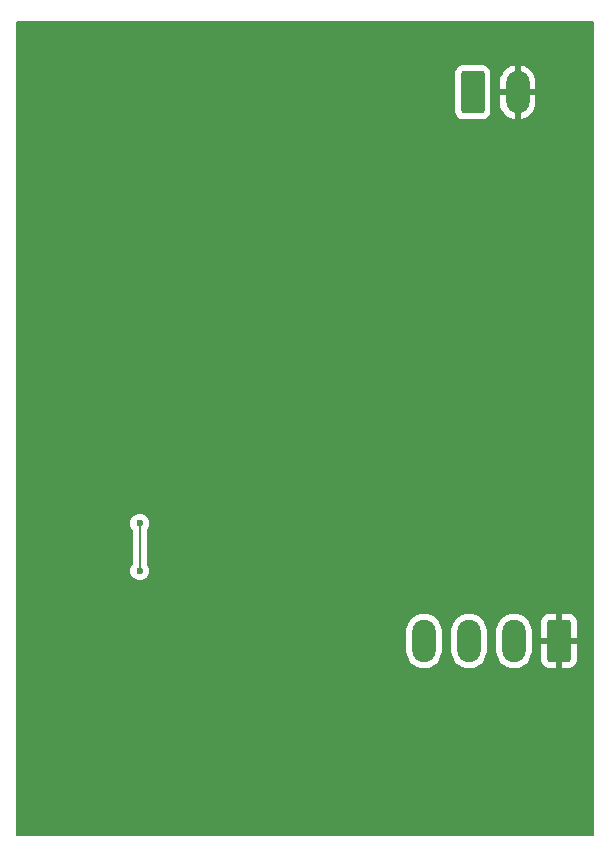
<source format=gbr>
%TF.GenerationSoftware,KiCad,Pcbnew,8.0.8*%
%TF.CreationDate,2025-02-11T11:45:32+01:00*%
%TF.ProjectId,projet,70726f6a-6574-42e6-9b69-6361645f7063,rev?*%
%TF.SameCoordinates,Original*%
%TF.FileFunction,Copper,L2,Bot*%
%TF.FilePolarity,Positive*%
%FSLAX46Y46*%
G04 Gerber Fmt 4.6, Leading zero omitted, Abs format (unit mm)*
G04 Created by KiCad (PCBNEW 8.0.8) date 2025-02-11 11:45:33*
%MOMM*%
%LPD*%
G01*
G04 APERTURE LIST*
G04 Aperture macros list*
%AMRoundRect*
0 Rectangle with rounded corners*
0 $1 Rounding radius*
0 $2 $3 $4 $5 $6 $7 $8 $9 X,Y pos of 4 corners*
0 Add a 4 corners polygon primitive as box body*
4,1,4,$2,$3,$4,$5,$6,$7,$8,$9,$2,$3,0*
0 Add four circle primitives for the rounded corners*
1,1,$1+$1,$2,$3*
1,1,$1+$1,$4,$5*
1,1,$1+$1,$6,$7*
1,1,$1+$1,$8,$9*
0 Add four rect primitives between the rounded corners*
20,1,$1+$1,$2,$3,$4,$5,0*
20,1,$1+$1,$4,$5,$6,$7,0*
20,1,$1+$1,$6,$7,$8,$9,0*
20,1,$1+$1,$8,$9,$2,$3,0*%
G04 Aperture macros list end*
%TA.AperFunction,ComponentPad*%
%ADD10O,2.000000X3.600000*%
%TD*%
%TA.AperFunction,ComponentPad*%
%ADD11RoundRect,0.278000X0.722000X1.522000X-0.722000X1.522000X-0.722000X-1.522000X0.722000X-1.522000X0*%
%TD*%
%TA.AperFunction,ComponentPad*%
%ADD12RoundRect,0.278000X-0.722000X-1.522000X0.722000X-1.522000X0.722000X1.522000X-0.722000X1.522000X0*%
%TD*%
%TA.AperFunction,ViaPad*%
%ADD13C,0.600000*%
%TD*%
%TA.AperFunction,Conductor*%
%ADD14C,0.200000*%
%TD*%
G04 APERTURE END LIST*
D10*
%TO.P,J302,4*%
%TO.N,+5V*%
X85070000Y-102940000D03*
%TO.P,J302,3*%
%TO.N,ruban_led_7*%
X88880000Y-102940000D03*
%TO.P,J302,2*%
%TO.N,unconnected-(J302-Pad2)*%
X92690000Y-102940000D03*
D11*
%TO.P,J302,1*%
%TO.N,GND*%
X96500000Y-102940000D03*
%TD*%
D10*
%TO.P,J301,2,Pin_2*%
%TO.N,GND*%
X93000000Y-56500000D03*
D12*
%TO.P,J301,1,Pin_1*%
%TO.N,Net-(D301-A1)*%
X89190000Y-56500000D03*
%TD*%
D13*
%TO.N,GND*%
X81000000Y-101000000D03*
X82000000Y-96000000D03*
X81000000Y-90000000D03*
X79000000Y-67000000D03*
X79000000Y-78000000D03*
X79000000Y-82000000D03*
X94000000Y-78000000D03*
X57000000Y-118000000D03*
X94000000Y-82000000D03*
X98000000Y-70000000D03*
X57000000Y-107000000D03*
X77150000Y-59450000D03*
X80000000Y-52000000D03*
X81000000Y-118000000D03*
X61000000Y-107000000D03*
X73000000Y-110000000D03*
X58000000Y-60000000D03*
X95000000Y-92600000D03*
X65000000Y-118000000D03*
X97000000Y-118000000D03*
X89000000Y-110000000D03*
X69000000Y-97550000D03*
X98000000Y-52000000D03*
X69000000Y-110000000D03*
X65000000Y-110000000D03*
X87200000Y-78200000D03*
X77000000Y-118000000D03*
X94000000Y-80000000D03*
X58300000Y-84850000D03*
X93000000Y-118000000D03*
X95000000Y-89600000D03*
X72000000Y-52000000D03*
X53000000Y-114000000D03*
X73000000Y-118000000D03*
X85000000Y-110000000D03*
X77000000Y-110000000D03*
X69000000Y-72150000D03*
X54000000Y-52000000D03*
X64000000Y-100400000D03*
X98000000Y-62000000D03*
X94000000Y-76000000D03*
X89000000Y-118000000D03*
X61000000Y-118000000D03*
X97000000Y-110000000D03*
X95000000Y-96000000D03*
X69000000Y-60000000D03*
X84000000Y-52000000D03*
X97000000Y-114000000D03*
X69000000Y-118000000D03*
X58400000Y-97550000D03*
X76000000Y-52000000D03*
X93000000Y-110000000D03*
X81000000Y-110000000D03*
X58000000Y-72150000D03*
X53000000Y-110000000D03*
X83000000Y-86000000D03*
X98000000Y-66000000D03*
X53000000Y-118000000D03*
X69100000Y-84850000D03*
X85000000Y-118000000D03*
%TO.N,ruban_led_7*%
X61000000Y-97000000D03*
X61000000Y-93000000D03*
%TD*%
D14*
%TO.N,ruban_led_7*%
X61000000Y-93000000D02*
X61000000Y-97000000D01*
%TD*%
%TA.AperFunction,Conductor*%
%TO.N,GND*%
G36*
X99442539Y-50520185D02*
G01*
X99488294Y-50572989D01*
X99499500Y-50624500D01*
X99499500Y-119375500D01*
X99479815Y-119442539D01*
X99427011Y-119488294D01*
X99375500Y-119499500D01*
X50624500Y-119499500D01*
X50557461Y-119479815D01*
X50511706Y-119427011D01*
X50500500Y-119375500D01*
X50500500Y-102021902D01*
X83569500Y-102021902D01*
X83569500Y-103858097D01*
X83606446Y-104091368D01*
X83679433Y-104315996D01*
X83776091Y-104505696D01*
X83786657Y-104526433D01*
X83925483Y-104717510D01*
X84092490Y-104884517D01*
X84283567Y-105023343D01*
X84382991Y-105074002D01*
X84494003Y-105130566D01*
X84494005Y-105130566D01*
X84494008Y-105130568D01*
X84607328Y-105167388D01*
X84718631Y-105203553D01*
X84951903Y-105240500D01*
X84951908Y-105240500D01*
X85188097Y-105240500D01*
X85421368Y-105203553D01*
X85645992Y-105130568D01*
X85856433Y-105023343D01*
X86047510Y-104884517D01*
X86214517Y-104717510D01*
X86353343Y-104526433D01*
X86460568Y-104315992D01*
X86533553Y-104091368D01*
X86570500Y-103858097D01*
X86570500Y-102021902D01*
X87379500Y-102021902D01*
X87379500Y-103858097D01*
X87416446Y-104091368D01*
X87489433Y-104315996D01*
X87586091Y-104505696D01*
X87596657Y-104526433D01*
X87735483Y-104717510D01*
X87902490Y-104884517D01*
X88093567Y-105023343D01*
X88192991Y-105074002D01*
X88304003Y-105130566D01*
X88304005Y-105130566D01*
X88304008Y-105130568D01*
X88417328Y-105167388D01*
X88528631Y-105203553D01*
X88761903Y-105240500D01*
X88761908Y-105240500D01*
X88998097Y-105240500D01*
X89231368Y-105203553D01*
X89455992Y-105130568D01*
X89666433Y-105023343D01*
X89857510Y-104884517D01*
X90024517Y-104717510D01*
X90163343Y-104526433D01*
X90270568Y-104315992D01*
X90343553Y-104091368D01*
X90380500Y-103858097D01*
X90380500Y-102021902D01*
X91189500Y-102021902D01*
X91189500Y-103858097D01*
X91226446Y-104091368D01*
X91299433Y-104315996D01*
X91396091Y-104505696D01*
X91406657Y-104526433D01*
X91545483Y-104717510D01*
X91712490Y-104884517D01*
X91903567Y-105023343D01*
X92002991Y-105074002D01*
X92114003Y-105130566D01*
X92114005Y-105130566D01*
X92114008Y-105130568D01*
X92227328Y-105167388D01*
X92338631Y-105203553D01*
X92571903Y-105240500D01*
X92571908Y-105240500D01*
X92808097Y-105240500D01*
X93041368Y-105203553D01*
X93265992Y-105130568D01*
X93476433Y-105023343D01*
X93667510Y-104884517D01*
X93834517Y-104717510D01*
X93973343Y-104526433D01*
X94080568Y-104315992D01*
X94153553Y-104091368D01*
X94190500Y-103858097D01*
X94190500Y-102021902D01*
X94153553Y-101788631D01*
X94080566Y-101564003D01*
X93983909Y-101374304D01*
X93983908Y-101374303D01*
X95000000Y-101374303D01*
X95000000Y-102690000D01*
X95845879Y-102690000D01*
X95826901Y-102735818D01*
X95800000Y-102871056D01*
X95800000Y-103008944D01*
X95826901Y-103144182D01*
X95845879Y-103190000D01*
X95000000Y-103190000D01*
X95000000Y-104505696D01*
X95014705Y-104636214D01*
X95072611Y-104801698D01*
X95165886Y-104950145D01*
X95289854Y-105074113D01*
X95438301Y-105167388D01*
X95603785Y-105225294D01*
X95734303Y-105239999D01*
X95734304Y-105240000D01*
X96250000Y-105240000D01*
X96250000Y-103594120D01*
X96295818Y-103613099D01*
X96431056Y-103640000D01*
X96568944Y-103640000D01*
X96704182Y-103613099D01*
X96750000Y-103594120D01*
X96750000Y-105240000D01*
X97265696Y-105240000D01*
X97265696Y-105239999D01*
X97396214Y-105225294D01*
X97561698Y-105167388D01*
X97710145Y-105074113D01*
X97834113Y-104950145D01*
X97927388Y-104801698D01*
X97985294Y-104636214D01*
X97999999Y-104505696D01*
X98000000Y-104505696D01*
X98000000Y-103190000D01*
X97154121Y-103190000D01*
X97173099Y-103144182D01*
X97200000Y-103008944D01*
X97200000Y-102871056D01*
X97173099Y-102735818D01*
X97154121Y-102690000D01*
X98000000Y-102690000D01*
X98000000Y-101374304D01*
X97999999Y-101374303D01*
X97985294Y-101243785D01*
X97927388Y-101078301D01*
X97834113Y-100929854D01*
X97710145Y-100805886D01*
X97561698Y-100712611D01*
X97396214Y-100654705D01*
X97265696Y-100640000D01*
X96750000Y-100640000D01*
X96750000Y-102285879D01*
X96704182Y-102266901D01*
X96568944Y-102240000D01*
X96431056Y-102240000D01*
X96295818Y-102266901D01*
X96250000Y-102285879D01*
X96250000Y-100640000D01*
X95734304Y-100640000D01*
X95603785Y-100654705D01*
X95438301Y-100712611D01*
X95289854Y-100805886D01*
X95165886Y-100929854D01*
X95072611Y-101078301D01*
X95014705Y-101243785D01*
X95000000Y-101374303D01*
X93983908Y-101374303D01*
X93973343Y-101353567D01*
X93834517Y-101162490D01*
X93667510Y-100995483D01*
X93476433Y-100856657D01*
X93265996Y-100749433D01*
X93041368Y-100676446D01*
X92808097Y-100639500D01*
X92808092Y-100639500D01*
X92571908Y-100639500D01*
X92571903Y-100639500D01*
X92338631Y-100676446D01*
X92114003Y-100749433D01*
X91903566Y-100856657D01*
X91802820Y-100929854D01*
X91712490Y-100995483D01*
X91712488Y-100995485D01*
X91712487Y-100995485D01*
X91545485Y-101162487D01*
X91545485Y-101162488D01*
X91545483Y-101162490D01*
X91486419Y-101243785D01*
X91406657Y-101353566D01*
X91299433Y-101564003D01*
X91226446Y-101788631D01*
X91189500Y-102021902D01*
X90380500Y-102021902D01*
X90343553Y-101788631D01*
X90270566Y-101564003D01*
X90173909Y-101374304D01*
X90163343Y-101353567D01*
X90024517Y-101162490D01*
X89857510Y-100995483D01*
X89666433Y-100856657D01*
X89455996Y-100749433D01*
X89231368Y-100676446D01*
X88998097Y-100639500D01*
X88998092Y-100639500D01*
X88761908Y-100639500D01*
X88761903Y-100639500D01*
X88528631Y-100676446D01*
X88304003Y-100749433D01*
X88093566Y-100856657D01*
X87992820Y-100929854D01*
X87902490Y-100995483D01*
X87902488Y-100995485D01*
X87902487Y-100995485D01*
X87735485Y-101162487D01*
X87735485Y-101162488D01*
X87735483Y-101162490D01*
X87676419Y-101243785D01*
X87596657Y-101353566D01*
X87489433Y-101564003D01*
X87416446Y-101788631D01*
X87379500Y-102021902D01*
X86570500Y-102021902D01*
X86533553Y-101788631D01*
X86460566Y-101564003D01*
X86363909Y-101374304D01*
X86353343Y-101353567D01*
X86214517Y-101162490D01*
X86047510Y-100995483D01*
X85856433Y-100856657D01*
X85645996Y-100749433D01*
X85421368Y-100676446D01*
X85188097Y-100639500D01*
X85188092Y-100639500D01*
X84951908Y-100639500D01*
X84951903Y-100639500D01*
X84718631Y-100676446D01*
X84494003Y-100749433D01*
X84283566Y-100856657D01*
X84182820Y-100929854D01*
X84092490Y-100995483D01*
X84092488Y-100995485D01*
X84092487Y-100995485D01*
X83925485Y-101162487D01*
X83925485Y-101162488D01*
X83925483Y-101162490D01*
X83866419Y-101243785D01*
X83786657Y-101353566D01*
X83679433Y-101564003D01*
X83606446Y-101788631D01*
X83569500Y-102021902D01*
X50500500Y-102021902D01*
X50500500Y-92999996D01*
X60194435Y-92999996D01*
X60194435Y-93000003D01*
X60214630Y-93179249D01*
X60214631Y-93179254D01*
X60274211Y-93349523D01*
X60370185Y-93502263D01*
X60372445Y-93505097D01*
X60373334Y-93507275D01*
X60373889Y-93508158D01*
X60373734Y-93508255D01*
X60398855Y-93569783D01*
X60399500Y-93582412D01*
X60399500Y-96417587D01*
X60379815Y-96484626D01*
X60372450Y-96494896D01*
X60370186Y-96497734D01*
X60274211Y-96650476D01*
X60214631Y-96820745D01*
X60214630Y-96820750D01*
X60194435Y-96999996D01*
X60194435Y-97000003D01*
X60214630Y-97179249D01*
X60214631Y-97179254D01*
X60274211Y-97349523D01*
X60370184Y-97502262D01*
X60497738Y-97629816D01*
X60650478Y-97725789D01*
X60820745Y-97785368D01*
X60820750Y-97785369D01*
X60999996Y-97805565D01*
X61000000Y-97805565D01*
X61000004Y-97805565D01*
X61179249Y-97785369D01*
X61179252Y-97785368D01*
X61179255Y-97785368D01*
X61349522Y-97725789D01*
X61502262Y-97629816D01*
X61629816Y-97502262D01*
X61725789Y-97349522D01*
X61785368Y-97179255D01*
X61805565Y-97000000D01*
X61785368Y-96820745D01*
X61725789Y-96650478D01*
X61629816Y-96497738D01*
X61629814Y-96497736D01*
X61629813Y-96497734D01*
X61627550Y-96494896D01*
X61626659Y-96492715D01*
X61626111Y-96491842D01*
X61626264Y-96491745D01*
X61601144Y-96430209D01*
X61600500Y-96417587D01*
X61600500Y-93582412D01*
X61620185Y-93515373D01*
X61627555Y-93505097D01*
X61629810Y-93502267D01*
X61629816Y-93502262D01*
X61725789Y-93349522D01*
X61785368Y-93179255D01*
X61805565Y-93000000D01*
X61785368Y-92820745D01*
X61725789Y-92650478D01*
X61629816Y-92497738D01*
X61502262Y-92370184D01*
X61349523Y-92274211D01*
X61179254Y-92214631D01*
X61179249Y-92214630D01*
X61000004Y-92194435D01*
X60999996Y-92194435D01*
X60820750Y-92214630D01*
X60820745Y-92214631D01*
X60650476Y-92274211D01*
X60497737Y-92370184D01*
X60370184Y-92497737D01*
X60274211Y-92650476D01*
X60214631Y-92820745D01*
X60214630Y-92820750D01*
X60194435Y-92999996D01*
X50500500Y-92999996D01*
X50500500Y-54934273D01*
X87689500Y-54934273D01*
X87689500Y-58065726D01*
X87704214Y-58196325D01*
X87762157Y-58361915D01*
X87762158Y-58361916D01*
X87855493Y-58510458D01*
X87979542Y-58634507D01*
X88128084Y-58727842D01*
X88274569Y-58779100D01*
X88293674Y-58785785D01*
X88392673Y-58796938D01*
X88424274Y-58800499D01*
X88424277Y-58800500D01*
X88424280Y-58800500D01*
X89955723Y-58800500D01*
X89955724Y-58800499D01*
X90004175Y-58795040D01*
X90086325Y-58785785D01*
X90086327Y-58785784D01*
X90086329Y-58785784D01*
X90251916Y-58727842D01*
X90400458Y-58634507D01*
X90524507Y-58510458D01*
X90617842Y-58361916D01*
X90675784Y-58196329D01*
X90675784Y-58196327D01*
X90675785Y-58196325D01*
X90690499Y-58065726D01*
X90690500Y-58065722D01*
X90690500Y-55581947D01*
X91500000Y-55581947D01*
X91500000Y-56250000D01*
X92345879Y-56250000D01*
X92326901Y-56295818D01*
X92300000Y-56431056D01*
X92300000Y-56568944D01*
X92326901Y-56704182D01*
X92345879Y-56750000D01*
X91500000Y-56750000D01*
X91500000Y-57418052D01*
X91536934Y-57651247D01*
X91609897Y-57875802D01*
X91717085Y-58086171D01*
X91855866Y-58277186D01*
X92022813Y-58444133D01*
X92213828Y-58582914D01*
X92424195Y-58690102D01*
X92648744Y-58763063D01*
X92648750Y-58763065D01*
X92750000Y-58779101D01*
X92750000Y-57154120D01*
X92795818Y-57173099D01*
X92931056Y-57200000D01*
X93068944Y-57200000D01*
X93204182Y-57173099D01*
X93250000Y-57154120D01*
X93250000Y-58779100D01*
X93351249Y-58763065D01*
X93351255Y-58763063D01*
X93575804Y-58690102D01*
X93786171Y-58582914D01*
X93977186Y-58444133D01*
X94144133Y-58277186D01*
X94282914Y-58086171D01*
X94390102Y-57875802D01*
X94463065Y-57651247D01*
X94500000Y-57418052D01*
X94500000Y-56750000D01*
X93654121Y-56750000D01*
X93673099Y-56704182D01*
X93700000Y-56568944D01*
X93700000Y-56431056D01*
X93673099Y-56295818D01*
X93654121Y-56250000D01*
X94500000Y-56250000D01*
X94500000Y-55581947D01*
X94463065Y-55348752D01*
X94390102Y-55124197D01*
X94282914Y-54913828D01*
X94144133Y-54722813D01*
X93977186Y-54555866D01*
X93786171Y-54417085D01*
X93575802Y-54309897D01*
X93351247Y-54236934D01*
X93250000Y-54220897D01*
X93250000Y-55845879D01*
X93204182Y-55826901D01*
X93068944Y-55800000D01*
X92931056Y-55800000D01*
X92795818Y-55826901D01*
X92750000Y-55845879D01*
X92750000Y-54220897D01*
X92648752Y-54236934D01*
X92424197Y-54309897D01*
X92213828Y-54417085D01*
X92022813Y-54555866D01*
X91855866Y-54722813D01*
X91717085Y-54913828D01*
X91609897Y-55124197D01*
X91536934Y-55348752D01*
X91500000Y-55581947D01*
X90690500Y-55581947D01*
X90690500Y-54934277D01*
X90690499Y-54934273D01*
X90675785Y-54803674D01*
X90617842Y-54638084D01*
X90617840Y-54638081D01*
X90524506Y-54489541D01*
X90400458Y-54365493D01*
X90251918Y-54272159D01*
X90251915Y-54272157D01*
X90086325Y-54214214D01*
X89955726Y-54199500D01*
X89955720Y-54199500D01*
X88424280Y-54199500D01*
X88424273Y-54199500D01*
X88293674Y-54214214D01*
X88128084Y-54272157D01*
X88128081Y-54272159D01*
X87979541Y-54365493D01*
X87855493Y-54489541D01*
X87762159Y-54638081D01*
X87762157Y-54638084D01*
X87704214Y-54803674D01*
X87689500Y-54934273D01*
X50500500Y-54934273D01*
X50500500Y-50624500D01*
X50520185Y-50557461D01*
X50572989Y-50511706D01*
X50624500Y-50500500D01*
X99375500Y-50500500D01*
X99442539Y-50520185D01*
G37*
%TD.AperFunction*%
%TD*%
M02*

</source>
